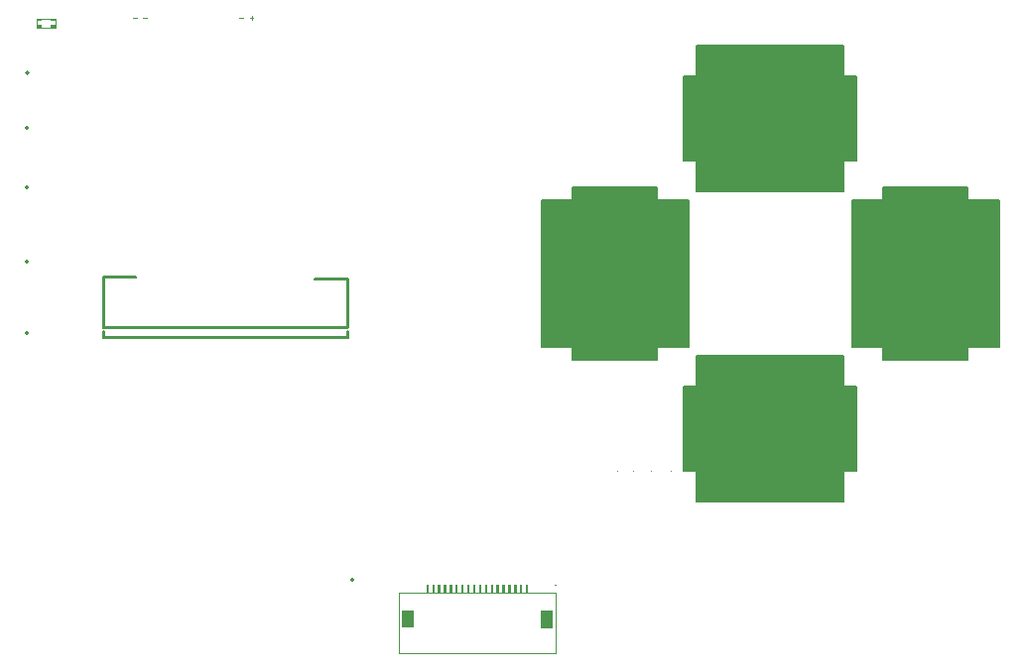
<source format=gbr>
%TF.GenerationSoftware,Altium Limited,Altium Designer,22.5.1 (42)*%
G04 Layer_Color=32768*
%FSLAX45Y45*%
%MOMM*%
%TF.SameCoordinates,ADDB7551-072C-4BAF-947E-D85C9ED3ECA7*%
%TF.FilePolarity,Positive*%
%TF.FileFunction,Other,Mechanical_15*%
%TF.Part,Single*%
G01*
G75*
%TA.AperFunction,NonConductor*%
%ADD31C,0.15240*%
%ADD50C,0.20000*%
%ADD55C,0.00254*%
%ADD56C,0.05080*%
G36*
X3011343Y5279507D02*
X2970703D01*
Y5287127D01*
X3011343D01*
Y5279507D01*
D02*
G37*
G36*
X2104461D02*
X2063821D01*
Y5287127D01*
X2104461D01*
Y5279507D01*
D02*
G37*
G36*
X3082783Y5287937D02*
X3098023D01*
Y5280317D01*
X3082783D01*
Y5263807D01*
X3075163D01*
Y5280317D01*
X3057383D01*
Y5287937D01*
X3075163D01*
Y5304447D01*
X3082783D01*
Y5287937D01*
D02*
G37*
G36*
X2175901D02*
X2191141D01*
Y5280317D01*
X2175901D01*
Y5263807D01*
X2168281D01*
Y5280317D01*
X2150501D01*
Y5287937D01*
X2168281D01*
Y5304447D01*
X2175901D01*
Y5287937D01*
D02*
G37*
G36*
X1400807Y5260292D02*
X1360808D01*
X1360802Y5285092D01*
X1400807D01*
Y5260292D01*
D02*
G37*
G36*
X1280805D02*
X1240805D01*
X1240800Y5285100D01*
X1280805D01*
Y5260292D01*
D02*
G37*
G36*
X1280810Y5205100D02*
X1240805D01*
Y5229908D01*
X1280805D01*
X1280810Y5205100D01*
D02*
G37*
G36*
X1400799Y5211101D02*
X1403294D01*
X1406809Y5207585D01*
Y5205100D01*
Y5202614D01*
X1403294Y5199099D01*
X1398323D01*
X1394808Y5202614D01*
Y5205100D01*
X1360795D01*
Y5229908D01*
X1400795D01*
X1400799Y5211101D01*
D02*
G37*
G36*
X2098115Y3081256D02*
Y3070735D01*
X2090676Y3063296D01*
X1827118D01*
Y2658697D01*
X3879712D01*
Y3045297D01*
X3610152D01*
X3602712Y3052737D01*
Y3063258D01*
X3610152Y3070697D01*
X3894938D01*
X3899606Y3068764D01*
X3903178Y3065191D01*
X3905112Y3060523D01*
Y3057997D01*
Y2645997D01*
Y2643470D01*
X3903178Y2638803D01*
X3899606Y2635230D01*
X3894938Y2633297D01*
X1811891D01*
X1807224Y2635230D01*
X1803651Y2638803D01*
X1801718Y2643470D01*
Y2645997D01*
Y3075996D01*
Y3078522D01*
X1803651Y3083190D01*
X1807224Y3086762D01*
X1811891Y3088696D01*
X2090676D01*
X2098115Y3081256D01*
D02*
G37*
G36*
X3905115Y2617262D02*
Y2612001D01*
Y2564257D01*
X3908112Y2561260D01*
Y2550739D01*
X3900672Y2543299D01*
X1809157D01*
X1801718Y2550739D01*
Y2555999D01*
Y2561260D01*
Y2605999D01*
Y2611260D01*
X1809157Y2618699D01*
X1819678D01*
X1827118Y2611260D01*
Y2605999D01*
Y2568699D01*
X3879715D01*
Y2612001D01*
Y2617262D01*
X3887154Y2624701D01*
X3897675D01*
X3905115Y2617262D01*
D02*
G37*
G36*
X4735017Y367698D02*
X4715020D01*
Y447698D01*
X4735017D01*
Y367698D01*
D02*
G37*
G36*
X4685007D02*
X4665007D01*
Y447698D01*
X4685007D01*
Y367698D01*
D02*
G37*
G36*
X4635017D02*
X4615017D01*
Y447698D01*
X4635017D01*
Y367698D01*
D02*
G37*
G36*
X4585007D02*
X4565007D01*
Y447698D01*
X4585007D01*
Y367698D01*
D02*
G37*
G36*
X4455990Y79154D02*
X4355996D01*
Y229156D01*
X4455990D01*
Y79154D01*
D02*
G37*
G36*
X8125000Y4791395D02*
X8235395D01*
Y4069805D01*
X8125000D01*
Y3805200D01*
X6874200D01*
Y4069805D01*
X6763805D01*
Y4791395D01*
X6874200D01*
Y5056000D01*
X8125000D01*
Y4791395D01*
D02*
G37*
G36*
X9185395Y3731000D02*
X9450000D01*
Y2480200D01*
X9185395D01*
Y2369805D01*
X8463805D01*
Y2480200D01*
X8199200D01*
Y3731000D01*
X8463805D01*
Y3841395D01*
X9185395D01*
Y3731000D01*
D02*
G37*
G36*
X6535395D02*
X6800000D01*
Y2480200D01*
X6535395D01*
Y2369805D01*
X5813805D01*
Y2480200D01*
X5549200D01*
Y3731000D01*
X5813805D01*
Y3841395D01*
X6535395D01*
Y3731000D01*
D02*
G37*
G36*
X8125000Y2141395D02*
X8235395D01*
Y1419805D01*
X8125000D01*
Y1155200D01*
X6874200D01*
Y1419805D01*
X6763805D01*
Y2141395D01*
X6874200D01*
Y2406000D01*
X8125000D01*
Y2141395D01*
D02*
G37*
G36*
X5672412Y453452D02*
X5675892Y450109D01*
X5675990Y447698D01*
X5675890Y445287D01*
X5672406Y441947D01*
X5667580Y441949D01*
X5664100Y445292D01*
X5664001Y447703D01*
X5664002Y447703D01*
X5664102Y450114D01*
X5667585Y453454D01*
X5672412Y453452D01*
D02*
G37*
G36*
X4885009Y367703D02*
X4865009D01*
Y447703D01*
X4885009D01*
Y367703D01*
D02*
G37*
G36*
X5434995Y367701D02*
X5414995D01*
Y447700D01*
X5434995D01*
Y367701D01*
D02*
G37*
G36*
X5385008D02*
X5365008D01*
Y447700D01*
X5385008D01*
Y367701D01*
D02*
G37*
G36*
X5334995D02*
X5314995D01*
Y447700D01*
X5334995D01*
Y367701D01*
D02*
G37*
G36*
X5285008D02*
X5265008D01*
Y447700D01*
X5285008D01*
Y367701D01*
D02*
G37*
G36*
X5234996D02*
X5214996D01*
Y447700D01*
X5234996D01*
Y367701D01*
D02*
G37*
G36*
X5185008D02*
X5165008D01*
Y447700D01*
X5185008D01*
Y367701D01*
D02*
G37*
G36*
X5134996D02*
X5114996D01*
Y447700D01*
X5134996D01*
Y367701D01*
D02*
G37*
G36*
X5085009D02*
X5065009D01*
Y447700D01*
X5085009D01*
Y367701D01*
D02*
G37*
G36*
X5034996D02*
X5014996D01*
Y447700D01*
X5034996D01*
Y367701D01*
D02*
G37*
G36*
X4985009D02*
X4965009D01*
Y447700D01*
X4985009D01*
Y367701D01*
D02*
G37*
G36*
X4934996D02*
X4914996D01*
Y447700D01*
X4934996D01*
Y367701D01*
D02*
G37*
G36*
X4835017Y367698D02*
X4815017D01*
Y447698D01*
X4835017D01*
Y367698D01*
D02*
G37*
G36*
X4785007D02*
X4765007D01*
Y447698D01*
X4785007D01*
Y367698D01*
D02*
G37*
G36*
X5644002Y75646D02*
X5544004D01*
Y225649D01*
X5644002D01*
Y75646D01*
D02*
G37*
D31*
X6763805Y1419805D02*
Y2141395D01*
X6874200D01*
X8125000D02*
X8235395D01*
Y1419805D02*
Y2141395D01*
X8125000Y1419805D02*
X8235395D01*
X6763805D02*
X6874200D01*
Y2141395D02*
Y2406000D01*
X8125000D01*
Y2141395D02*
Y2406000D01*
Y1155200D02*
Y1419805D01*
X6874200Y1155200D02*
X8125000D01*
X6874200D02*
Y1419805D01*
X5813805Y2369805D02*
X6535395D01*
X5813805D02*
Y2480200D01*
Y3731000D02*
Y3841395D01*
X6535395D01*
Y3731000D02*
Y3841395D01*
Y2369805D02*
Y2480200D01*
X5549200D02*
X5813805D01*
X5549200D02*
Y3731000D01*
X5813805D01*
X6535395D02*
X6800000D01*
Y2480200D02*
Y3731000D01*
X6535395Y2480200D02*
X6800000D01*
X8463805Y2369805D02*
X9185395D01*
X8463805D02*
Y2480200D01*
Y3731000D02*
Y3841395D01*
X9185395D01*
Y3731000D02*
Y3841395D01*
Y2369805D02*
Y2480200D01*
X8199200D02*
X8463805D01*
X8199200D02*
Y3731000D01*
X8463805D01*
X9185395D02*
X9450000D01*
Y2480200D02*
Y3731000D01*
X9185395Y2480200D02*
X9450000D01*
X6763805Y4069805D02*
Y4791395D01*
X6874200D01*
X8125000D02*
X8235395D01*
Y4069805D02*
Y4791395D01*
X8125000Y4069805D02*
X8235395D01*
X6763805D02*
X6874200D01*
Y4791395D02*
Y5056000D01*
X8125000D01*
Y4791395D02*
Y5056000D01*
Y3805200D02*
Y4069805D01*
X6874200Y3805200D02*
X8125000D01*
X6874200D02*
Y4069805D01*
D50*
X1165809Y3842004D02*
G03*
X1165809Y3842004I-10008J0D01*
G01*
Y3207004D02*
G03*
X1165809Y3207004I-10008J0D01*
G01*
Y2597404D02*
G03*
X1165809Y2597404I-10008J0D01*
G01*
X1171037Y4819904D02*
G03*
X1171037Y4819904I-10008J0D01*
G01*
X1165809Y4350004D02*
G03*
X1165809Y4350004I-10008J0D01*
G01*
X3943701Y488803D02*
G03*
X3943701Y488803I-10008J0D01*
G01*
D55*
X6650340Y1422375D02*
X6650391Y1422425D01*
X6485240Y1423251D02*
X6485291Y1423302D01*
X6332840Y1422375D02*
X6332891Y1422425D01*
X6193140Y1422375D02*
X6193191Y1422425D01*
D56*
X1240800Y5285100D02*
X1400800D01*
X1240800Y5205100D02*
Y5285100D01*
Y5205100D02*
X1400800D01*
Y5285100D01*
X4329999Y-134300D02*
X5670001D01*
X4329999D02*
Y377701D01*
X5670001D01*
Y-134300D02*
Y377701D01*
%TF.MD5,af5529426bcb226ec8dd07b3bf8d6d88*%
M02*

</source>
